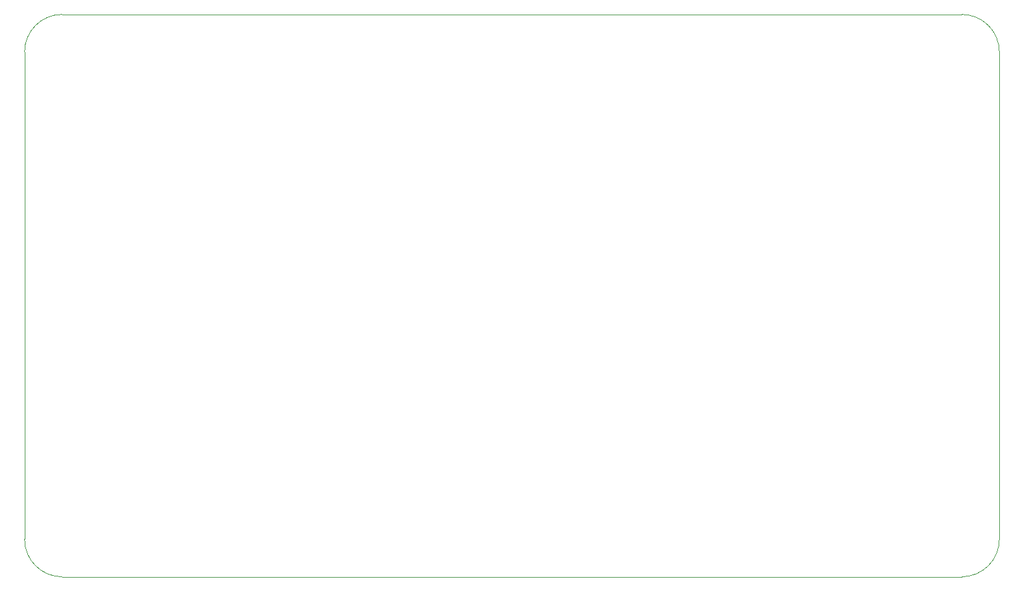
<source format=gbr>
%TF.GenerationSoftware,KiCad,Pcbnew,7.0.11+dfsg-1build4*%
%TF.CreationDate,2025-03-22T04:05:15-07:00*%
%TF.ProjectId,STM-32 PCB,53544d2d-3332-4205-9043-422e6b696361,rev?*%
%TF.SameCoordinates,Original*%
%TF.FileFunction,Profile,NP*%
%FSLAX46Y46*%
G04 Gerber Fmt 4.6, Leading zero omitted, Abs format (unit mm)*
G04 Created by KiCad (PCBNEW 7.0.11+dfsg-1build4) date 2025-03-22 04:05:15*
%MOMM*%
%LPD*%
G01*
G04 APERTURE LIST*
%TA.AperFunction,Profile*%
%ADD10C,0.050000*%
%TD*%
G04 APERTURE END LIST*
D10*
X92000000Y-135000000D02*
X212000000Y-135000000D01*
X87000000Y-65000000D02*
X87000000Y-130000000D01*
X87000000Y-130000000D02*
G75*
G03*
X92000000Y-135000000I5000000J0D01*
G01*
X217000000Y-65000000D02*
X217000000Y-130000000D01*
X92000000Y-60000000D02*
X212000000Y-60000000D01*
X92000000Y-60000000D02*
G75*
G03*
X87000000Y-65000000I0J-5000000D01*
G01*
X217000000Y-65000000D02*
G75*
G03*
X212000000Y-60000000I-5000000J0D01*
G01*
X212000000Y-135000000D02*
G75*
G03*
X217000000Y-130000000I0J5000000D01*
G01*
M02*

</source>
